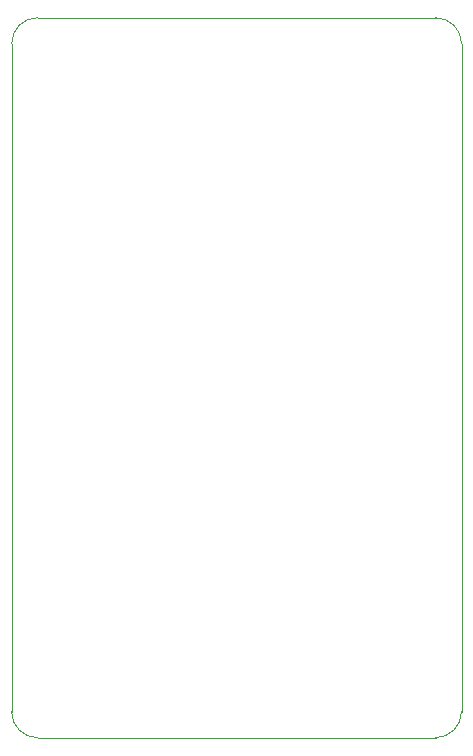
<source format=gm1>
G04 #@! TF.GenerationSoftware,KiCad,Pcbnew,9.0.0*
G04 #@! TF.CreationDate,2025-03-07T16:10:40-06:00*
G04 #@! TF.ProjectId,robo-roach-v1.0,726f626f-2d72-46f6-9163-682d76312e30,rev?*
G04 #@! TF.SameCoordinates,Original*
G04 #@! TF.FileFunction,Profile,NP*
%FSLAX46Y46*%
G04 Gerber Fmt 4.6, Leading zero omitted, Abs format (unit mm)*
G04 Created by KiCad (PCBNEW 9.0.0) date 2025-03-07 16:10:40*
%MOMM*%
%LPD*%
G01*
G04 APERTURE LIST*
G04 #@! TA.AperFunction,Profile*
%ADD10C,0.050000*%
G04 #@! TD*
G04 APERTURE END LIST*
D10*
X162900000Y-76200000D02*
G75*
G02*
X165100000Y-78400000I0J-2200000D01*
G01*
X127000000Y-134960000D02*
X127000000Y-78400000D01*
X127000000Y-78400000D02*
G75*
G02*
X129200000Y-76200000I2200000J0D01*
G01*
X129200000Y-137160000D02*
G75*
G02*
X127000000Y-134960000I0J2200000D01*
G01*
X162900000Y-137160000D02*
X129200000Y-137160000D01*
X165100000Y-134960000D02*
G75*
G02*
X162900000Y-137160000I-2200000J0D01*
G01*
X165100000Y-78400000D02*
X165100000Y-134960000D01*
X129200000Y-76200000D02*
X162900000Y-76200000D01*
M02*

</source>
